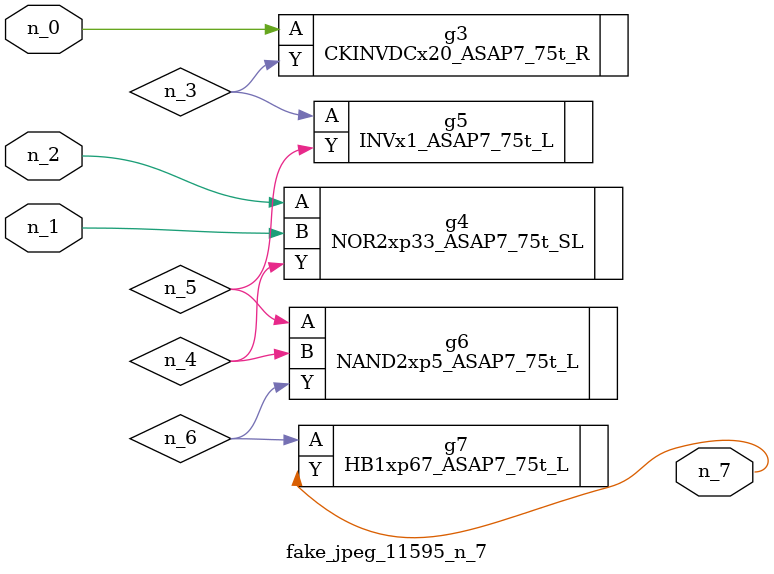
<source format=v>
module fake_jpeg_11595_n_7 (n_0, n_2, n_1, n_7);

input n_0;
input n_2;
input n_1;

output n_7;

wire n_3;
wire n_4;
wire n_6;
wire n_5;

CKINVDCx20_ASAP7_75t_R g3 ( 
.A(n_0),
.Y(n_3)
);

NOR2xp33_ASAP7_75t_SL g4 ( 
.A(n_2),
.B(n_1),
.Y(n_4)
);

INVx1_ASAP7_75t_L g5 ( 
.A(n_3),
.Y(n_5)
);

NAND2xp5_ASAP7_75t_L g6 ( 
.A(n_5),
.B(n_4),
.Y(n_6)
);

HB1xp67_ASAP7_75t_L g7 ( 
.A(n_6),
.Y(n_7)
);


endmodule
</source>
